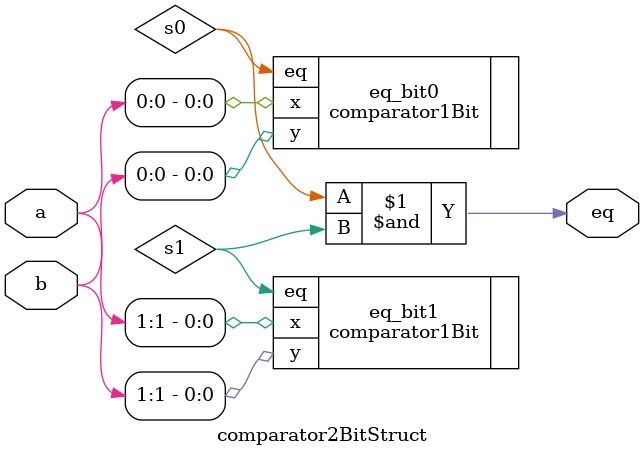
<source format=v>

module comparator2BitStruct(
input wire[1:0] a, b,
	output wire eq
	);

wire s0, s1;

comparator1Bit eq_bit0 (.x(a[0]), .y(b[0]), .eq(s0));
comparator1Bit eq_bit1 (.x(a[1]), .y(b[1]), .eq(s1));

assign eq = s0 & s1;
endmodule
</source>
